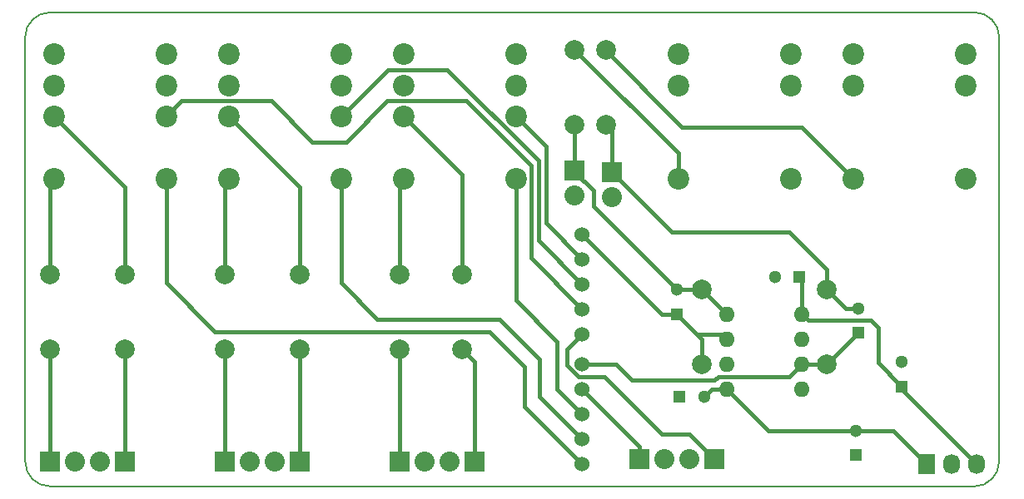
<source format=gbr>
G04 #@! TF.FileFunction,Copper,L1,Top,Signal*
%FSLAX46Y46*%
G04 Gerber Fmt 4.6, Leading zero omitted, Abs format (unit mm)*
G04 Created by KiCad (PCBNEW 4.0.2-4+6225~38~ubuntu14.04.1-stable) date mer. 25 mai 2016 20:50:44 CEST*
%MOMM*%
G01*
G04 APERTURE LIST*
%ADD10C,0.100000*%
%ADD11C,0.150000*%
%ADD12C,1.524000*%
%ADD13C,2.200000*%
%ADD14R,1.300000X1.300000*%
%ADD15C,1.300000*%
%ADD16R,2.032000X2.032000*%
%ADD17O,2.032000X2.032000*%
%ADD18C,1.998980*%
%ADD19O,1.600000X1.600000*%
%ADD20R,1.727200X2.032000*%
%ADD21O,1.727200X2.032000*%
%ADD22C,0.400000*%
%ADD23C,0.250000*%
G04 APERTURE END LIST*
D10*
D11*
X104140000Y-132080000D02*
G75*
G03X106680000Y-134620000I2540000J0D01*
G01*
X200660000Y-134620000D02*
G75*
G03X203200000Y-132080000I0J2540000D01*
G01*
X203200000Y-88900000D02*
G75*
G03X200660000Y-86360000I-2540000J0D01*
G01*
X106680000Y-86360000D02*
G75*
G03X104140000Y-88900000I0J-2540000D01*
G01*
X104140000Y-132080000D02*
X104140000Y-88900000D01*
X200660000Y-134620000D02*
X106680000Y-134620000D01*
X203200000Y-88900000D02*
X203200000Y-132080000D01*
X106680000Y-86360000D02*
X200660000Y-86360000D01*
D12*
X160782000Y-122174000D03*
X160782000Y-124714000D03*
X160782000Y-127254000D03*
X160782000Y-129794000D03*
X160782000Y-132334000D03*
D13*
X118500000Y-93810000D03*
X107070000Y-103310000D03*
X107070000Y-96960000D03*
X107070000Y-90610000D03*
X118500000Y-103310000D03*
X118500000Y-90610000D03*
X118500000Y-96960000D03*
X107070000Y-93810000D03*
X136280000Y-93810000D03*
X124850000Y-103310000D03*
X124850000Y-96960000D03*
X124850000Y-90610000D03*
X136280000Y-103310000D03*
X136280000Y-90610000D03*
X136280000Y-96960000D03*
X124850000Y-93810000D03*
X154060000Y-93810000D03*
X142630000Y-103310000D03*
X142630000Y-96960000D03*
X142630000Y-90610000D03*
X154060000Y-103310000D03*
X154060000Y-90610000D03*
X154060000Y-96960000D03*
X142630000Y-93810000D03*
X199780000Y-93810000D03*
X188350000Y-103310000D03*
X188350000Y-90610000D03*
X199780000Y-103310000D03*
X199780000Y-90610000D03*
X188350000Y-93810000D03*
X182000000Y-93810000D03*
X170570000Y-103310000D03*
X170570000Y-90610000D03*
X182000000Y-103310000D03*
X182000000Y-90610000D03*
X170570000Y-93810000D03*
D14*
X170434000Y-117094000D03*
D15*
X170434000Y-114594000D03*
D14*
X188849000Y-118999000D03*
D15*
X188849000Y-116499000D03*
D16*
X166624000Y-131826000D03*
D17*
X169164000Y-131826000D03*
D16*
X174244000Y-131826000D03*
D17*
X171704000Y-131826000D03*
D16*
X106680000Y-132080000D03*
D17*
X109220000Y-132080000D03*
D16*
X114300000Y-132080000D03*
D17*
X111760000Y-132080000D03*
D16*
X124460000Y-132080000D03*
D17*
X127000000Y-132080000D03*
D16*
X132080000Y-132080000D03*
D17*
X129540000Y-132080000D03*
D16*
X142240000Y-132080000D03*
D17*
X144780000Y-132080000D03*
D16*
X149860000Y-132080000D03*
D17*
X147320000Y-132080000D03*
D18*
X106680000Y-120650000D03*
X106680000Y-113030000D03*
X114300000Y-120650000D03*
X114300000Y-113030000D03*
X124460000Y-120650000D03*
X124460000Y-113030000D03*
X132080000Y-120650000D03*
X132080000Y-113030000D03*
X142240000Y-120650000D03*
X142240000Y-113030000D03*
X148590000Y-120650000D03*
X148590000Y-113030000D03*
X160020000Y-97790000D03*
X160020000Y-90170000D03*
X163195000Y-97790000D03*
X163195000Y-90170000D03*
X172974000Y-122174000D03*
X172974000Y-114554000D03*
X185674000Y-122174000D03*
X185674000Y-114554000D03*
D12*
X160782000Y-108966000D03*
X160782000Y-111506000D03*
X160782000Y-114046000D03*
X160782000Y-116586000D03*
X160782000Y-119126000D03*
D19*
X175514000Y-117094000D03*
X175514000Y-119634000D03*
X175514000Y-122174000D03*
X175514000Y-124714000D03*
X183134000Y-124714000D03*
X183134000Y-122174000D03*
X183134000Y-119634000D03*
X183134000Y-117094000D03*
D15*
X193294000Y-121960000D03*
D14*
X193294000Y-124460000D03*
D15*
X188595000Y-128945000D03*
D14*
X188595000Y-131445000D03*
X182880000Y-113284000D03*
D15*
X180380000Y-113284000D03*
D14*
X170688000Y-125476000D03*
D15*
X173188000Y-125476000D03*
D20*
X195834000Y-132334000D03*
D21*
X198374000Y-132334000D03*
X200914000Y-132334000D03*
D16*
X163830000Y-102616000D03*
D17*
X163830000Y-105156000D03*
D16*
X160020000Y-102489000D03*
D17*
X160020000Y-105029000D03*
D22*
X106680000Y-113030000D02*
X106680000Y-103700000D01*
X106680000Y-103700000D02*
X107070000Y-103310000D01*
X114300000Y-113030000D02*
X114300000Y-104190000D01*
X114300000Y-104190000D02*
X107070000Y-96960000D01*
D23*
X107070000Y-96960000D02*
X107120000Y-96960000D01*
D22*
X124460000Y-113030000D02*
X124460000Y-103700000D01*
X124460000Y-103700000D02*
X124850000Y-103310000D01*
D23*
X124850000Y-112640000D02*
X124460000Y-113030000D01*
D22*
X124850000Y-96960000D02*
X132080000Y-104190000D01*
X132080000Y-104190000D02*
X132080000Y-113030000D01*
X142240000Y-113030000D02*
X142240000Y-103700000D01*
X142240000Y-103700000D02*
X142630000Y-103310000D01*
D23*
X142630000Y-112640000D02*
X142240000Y-113030000D01*
D22*
X148590000Y-113030000D02*
X148590000Y-102920000D01*
X148590000Y-102920000D02*
X142630000Y-96960000D01*
X160782000Y-108966000D02*
X168910000Y-117094000D01*
X168910000Y-117094000D02*
X170434000Y-117094000D01*
X172466000Y-119126000D02*
X172974000Y-119634000D01*
X172974000Y-119634000D02*
X172974000Y-122174000D01*
X175514000Y-119634000D02*
X175006000Y-119126000D01*
X175006000Y-119126000D02*
X172466000Y-119126000D01*
X172466000Y-119126000D02*
X170434000Y-117094000D01*
X160020000Y-102616000D02*
X160020000Y-97790000D01*
X172974000Y-114554000D02*
X175514000Y-117094000D01*
X170434000Y-114594000D02*
X170474000Y-114554000D01*
X170474000Y-114554000D02*
X172974000Y-114554000D01*
X160020000Y-102616000D02*
X161925000Y-104521000D01*
X161925000Y-106085000D02*
X170434000Y-114594000D01*
X161925000Y-104521000D02*
X161925000Y-106085000D01*
D23*
X172934000Y-114594000D02*
X172974000Y-114554000D01*
D22*
X160782000Y-122174000D02*
X164211000Y-122174000D01*
X165862000Y-123825000D02*
X174244000Y-123825000D01*
X174244000Y-123825000D02*
X174625000Y-123444000D01*
X174625000Y-123444000D02*
X181864000Y-123444000D01*
X181864000Y-123444000D02*
X183134000Y-122174000D01*
X164211000Y-122174000D02*
X165862000Y-123825000D01*
X188849000Y-118999000D02*
X185674000Y-122174000D01*
X185674000Y-122174000D02*
X183134000Y-122174000D01*
X163830000Y-102616000D02*
X169926000Y-108712000D01*
X169926000Y-108712000D02*
X181864000Y-108712000D01*
X163830000Y-102616000D02*
X163830000Y-98425000D01*
X163830000Y-98425000D02*
X163195000Y-97790000D01*
X188849000Y-116499000D02*
X187619000Y-116499000D01*
X187619000Y-116499000D02*
X185674000Y-114554000D01*
X185674000Y-112522000D02*
X185674000Y-114554000D01*
X181864000Y-108712000D02*
X185674000Y-112522000D01*
X163195000Y-97790000D02*
X163830000Y-98425000D01*
X160782000Y-124714000D02*
X166624000Y-130556000D01*
X166624000Y-130556000D02*
X166624000Y-131826000D01*
X160782000Y-119126000D02*
X159258000Y-120650000D01*
X171704000Y-129286000D02*
X174244000Y-131826000D01*
X168910000Y-129286000D02*
X171704000Y-129286000D01*
X163068000Y-123444000D02*
X168910000Y-129286000D01*
X160401000Y-123444000D02*
X163068000Y-123444000D01*
X159258000Y-122301000D02*
X160401000Y-123444000D01*
X159258000Y-120650000D02*
X159258000Y-122301000D01*
X106680000Y-132080000D02*
X106680000Y-120650000D01*
X114300000Y-132080000D02*
X114300000Y-120650000D01*
X124460000Y-132080000D02*
X124460000Y-120650000D01*
X132080000Y-132080000D02*
X132080000Y-120650000D01*
X142240000Y-132080000D02*
X142240000Y-120650000D01*
X149860000Y-132080000D02*
X149860000Y-121920000D01*
X149860000Y-121920000D02*
X148590000Y-120650000D01*
X151130000Y-118872000D02*
X151384000Y-118872000D01*
X118500000Y-113928000D02*
X123444000Y-118872000D01*
X123444000Y-118872000D02*
X151130000Y-118872000D01*
X118500000Y-103310000D02*
X118500000Y-113928000D01*
X154940000Y-126492000D02*
X160782000Y-132334000D01*
X154940000Y-122428000D02*
X154940000Y-126492000D01*
X151384000Y-118872000D02*
X154940000Y-122428000D01*
X147574000Y-95377000D02*
X148971000Y-95377000D01*
X120083000Y-95377000D02*
X129159000Y-95377000D01*
X129159000Y-95377000D02*
X133350000Y-99568000D01*
X133350000Y-99568000D02*
X136779000Y-99568000D01*
X136779000Y-99568000D02*
X140970000Y-95377000D01*
X140970000Y-95377000D02*
X147574000Y-95377000D01*
X118500000Y-96960000D02*
X120083000Y-95377000D01*
X155575000Y-111379000D02*
X160782000Y-116586000D01*
X155575000Y-101981000D02*
X155575000Y-111379000D01*
X148971000Y-95377000D02*
X155575000Y-101981000D01*
X150876000Y-117602000D02*
X152400000Y-117602000D01*
X136280000Y-113928000D02*
X139954000Y-117602000D01*
X139954000Y-117602000D02*
X150876000Y-117602000D01*
X136280000Y-103310000D02*
X136280000Y-113928000D01*
X156464000Y-125476000D02*
X160782000Y-129794000D01*
X156464000Y-121666000D02*
X156464000Y-125476000D01*
X152400000Y-117602000D02*
X156464000Y-121666000D01*
X146050000Y-92202000D02*
X147066000Y-92202000D01*
X141038000Y-92202000D02*
X146050000Y-92202000D01*
X160782000Y-114046000D02*
X156337000Y-109601000D01*
X156337000Y-102489000D02*
X156337000Y-109601000D01*
X141038000Y-92202000D02*
X136280000Y-96960000D01*
X156337000Y-101473000D02*
X156337000Y-102489000D01*
X147066000Y-92202000D02*
X156337000Y-101473000D01*
X154060000Y-103310000D02*
X154060000Y-115706000D01*
X158242000Y-124714000D02*
X160782000Y-127254000D01*
X158242000Y-119888000D02*
X158242000Y-124714000D01*
X154060000Y-115706000D02*
X158242000Y-119888000D01*
X154060000Y-96960000D02*
X157099000Y-99999000D01*
X157099000Y-107823000D02*
X160782000Y-111506000D01*
X157099000Y-99999000D02*
X157099000Y-107823000D01*
X154060000Y-96960000D02*
X154237000Y-96960000D01*
X183134000Y-117094000D02*
X183769000Y-117729000D01*
X190881000Y-122047000D02*
X193294000Y-124460000D01*
X190881000Y-118491000D02*
X190881000Y-122047000D01*
X190119000Y-117729000D02*
X190881000Y-118491000D01*
X183769000Y-117729000D02*
X190119000Y-117729000D01*
X193294000Y-124460000D02*
X193294000Y-124714000D01*
X193294000Y-124714000D02*
X200914000Y-132334000D01*
X182880000Y-113284000D02*
X183134000Y-113538000D01*
X183134000Y-113538000D02*
X183134000Y-117094000D01*
X188595000Y-128945000D02*
X179745000Y-128945000D01*
X179745000Y-128945000D02*
X175514000Y-124714000D01*
X195834000Y-132334000D02*
X192445000Y-128945000D01*
X192445000Y-128945000D02*
X188595000Y-128945000D01*
X173188000Y-125476000D02*
X173950000Y-124714000D01*
X173950000Y-124714000D02*
X175514000Y-124714000D01*
X163195000Y-90170000D02*
X163195000Y-90297000D01*
X163195000Y-90297000D02*
X170942000Y-98044000D01*
X170942000Y-98044000D02*
X183084000Y-98044000D01*
X183084000Y-98044000D02*
X188350000Y-103310000D01*
X160020000Y-90170000D02*
X170570000Y-100720000D01*
X170570000Y-100720000D02*
X170570000Y-103310000D01*
M02*

</source>
